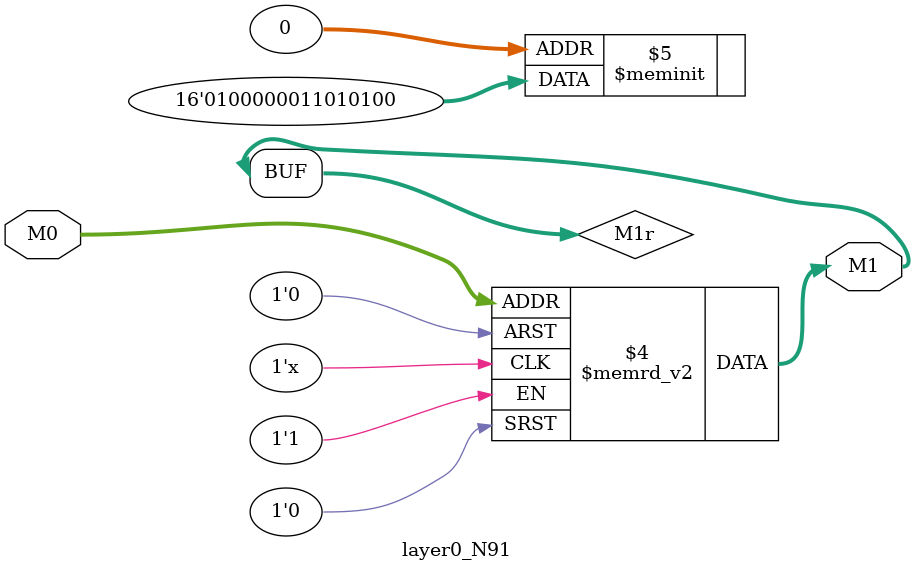
<source format=v>
module layer0_N91 ( input [2:0] M0, output [1:0] M1 );

	(*rom_style = "distributed" *) reg [1:0] M1r;
	assign M1 = M1r;
	always @ (M0) begin
		case (M0)
			3'b000: M1r = 2'b00;
			3'b100: M1r = 2'b00;
			3'b010: M1r = 2'b01;
			3'b110: M1r = 2'b00;
			3'b001: M1r = 2'b01;
			3'b101: M1r = 2'b00;
			3'b011: M1r = 2'b11;
			3'b111: M1r = 2'b01;

		endcase
	end
endmodule

</source>
